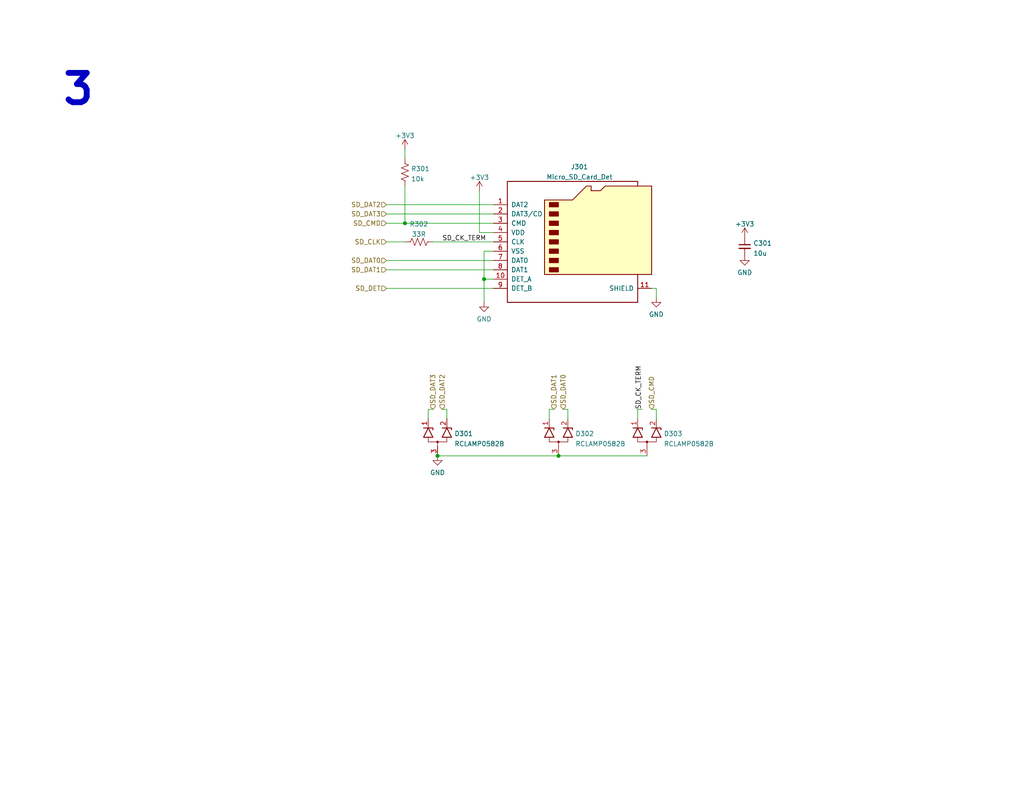
<source format=kicad_sch>
(kicad_sch (version 20230121) (generator eeschema)
  (paper "USLetter")
  (title_block (title "SD Card") (date "2023-02-01") (rev "1") (company "UM NCPA") (comment 1 "Charlie Gilliland"))
  (lib_symbols
    (symbol "Connector:Micro_SD_Card_Det" (pin_names (offset 1.016))
      (property "Reference" "J" (at -16.51 17.78 0))
      (property "Value" "Micro_SD_Card_Det" (at 16.51 17.78 0))
      (symbol "Micro_SD_Card_Det_0_1"
        (rectangle (start -7.62 -6.985) (end -5.08 -8.255) (fill (type outline)))
        (rectangle (start -7.62 -4.445) (end -5.08 -5.715) (fill (type outline)))
        (rectangle (start -7.62 -1.905) (end -5.08 -3.175) (fill (type outline)))
        (rectangle (start -7.62 0.635) (end -5.08 -0.635) (fill (type outline)))
        (rectangle (start -7.62 3.175) (end -5.08 1.905) (fill (type outline)))
        (rectangle (start -7.62 5.715) (end -5.08 4.445) (fill (type outline)))
        (rectangle (start -7.62 8.255) (end -5.08 6.985) (fill (type outline)))
        (rectangle (start -7.62 10.795) (end -5.08 9.525) (fill (type outline)))
        (polyline (pts (xy 16.51 15.24) (xy 16.51 16.51) (xy -19.05 16.51) (xy -19.05 -16.51) (xy 16.51 -16.51) (xy 16.51 -8.89)) (stroke (width 0.254)))
        (polyline (pts (xy -8.89 -8.89) (xy -8.89 11.43) (xy -1.27 11.43) (xy 2.54 15.24) (xy 3.81 15.24) (xy 3.81 13.97) (xy 6.35 13.97) (xy 7.62 15.24) (xy 20.32 15.24) (xy 20.32 -8.89) (xy -8.89 -8.89)) (stroke (width 0.254)) (fill (type background)))
      )
      (symbol "Micro_SD_Card_Det_1_1"
        (pin bidirectional line (at -22.86 10.16 0) (length 3.81) (name "DAT2") (number "1"))
        (pin passive line (at -22.86 -10.16 0) (length 3.81) (name "DET_A") (number "10"))
        (pin passive line (at 20.32 -12.7 180) (length 3.81) (name "SHIELD") (number "11"))
        (pin bidirectional line (at -22.86 7.62 0) (length 3.81) (name "DAT3/CD") (number "2"))
        (pin input line (at -22.86 5.08 0) (length 3.81) (name "CMD") (number "3"))
        (pin power_in line (at -22.86 2.54 0) (length 3.81) (name "VDD") (number "4"))
        (pin input line (at -22.86 0 0) (length 3.81) (name "CLK") (number "5"))
        (pin power_in line (at -22.86 -2.54 0) (length 3.81) (name "VSS") (number "6"))
        (pin bidirectional line (at -22.86 -5.08 0) (length 3.81) (name "DAT0") (number "7"))
        (pin bidirectional line (at -22.86 -7.62 0) (length 3.81) (name "DAT1") (number "8"))
        (pin passive line (at -22.86 -12.7 0) (length 3.81) (name "DET_B") (number "9"))
      )
    )
    (symbol "Device:C_Small" (pin_numbers hide) (pin_names (offset 0.254) hide)
      (property "Reference" "C" (at 0.254 1.778 0))
      (property "Value" "C_Small" (at 0.254 -2.032 0))
      (symbol "C_Small_0_1"
        (polyline (pts (xy -1.524 -0.508) (xy 1.524 -0.508)) (stroke (width 0.3302)))
        (polyline (pts (xy -1.524 0.508) (xy 1.524 0.508)) (stroke (width 0.3048)))
      )
      (symbol "C_Small_1_1"
        (pin passive line (at 0 2.54 270) (length 2.032) (name "~") (number "1"))
        (pin passive line (at 0 -2.54 90) (length 2.032) (name "~") (number "2"))
      )
    )
    (symbol "Device:R_US" (pin_numbers hide) (pin_names (offset 0))
      (property "Reference" "R" (at 2.54 0 90))
      (property "Value" "R_US" (at -2.54 0 90))
      (symbol "R_US_0_1"
        (polyline (pts (xy 0 -2.286) (xy 0 -2.54)))
        (polyline (pts (xy 0 2.286) (xy 0 2.54)))
        (polyline (pts (xy 0 -0.762) (xy 1.016 -1.143) (xy 0 -1.524) (xy -1.016 -1.905) (xy 0 -2.286)))
        (polyline (pts (xy 0 0.762) (xy 1.016 0.381) (xy 0 0) (xy -1.016 -0.381) (xy 0 -0.762)))
        (polyline (pts (xy 0 2.286) (xy 1.016 1.905) (xy 0 1.524) (xy -1.016 1.143) (xy 0 0.762)))
      )
      (symbol "R_US_1_1"
        (pin passive line (at 0 3.81 270) (length 1.27) (name "~") (number "1"))
        (pin passive line (at 0 -3.81 90) (length 1.27) (name "~") (number "2"))
      )
    )
    (symbol "Power_Protection:RCLAMP0582B" (pin_names hide)
      (property "Reference" "D" (at 0 5.08 0))
      (property "Value" "RCLAMP0582B" (at 0 -5.08 0))
      (symbol "RCLAMP0582B_0_1"
        (polyline (pts (xy -2.54 0) (xy -1.27 0)))
        (polyline (pts (xy -1.27 2.54) (xy -1.27 -2.54)))
        (polyline (pts (xy 0 2.54) (xy -1.27 2.54)) (stroke (width 0.1524)))
        (polyline (pts (xy 2.54 3.81) (xy 2.54 1.27) (xy 2.032 1.27)) (stroke (width 0.254)))
        (polyline (pts (xy 0 1.27) (xy 0 3.81) (xy 2.54 2.54) (xy 0 1.27)) (stroke (width 0.254)))
        (pin passive line (at -5.08 0 0) (length 2.54) (name "A") (number "3"))
      )
      (symbol "RCLAMP0582B_1_1"
        (circle (center -1.27 0) (radius 0.254) (fill (type outline)))
        (polyline (pts (xy 0 -2.54) (xy -1.27 -2.54)) (stroke (width 0.1524)))
        (polyline (pts (xy 2.54 -1.27) (xy 2.54 -3.81) (xy 2.032 -3.81)) (stroke (width 0.254)))
        (polyline (pts (xy 0 -3.81) (xy 0 -1.27) (xy 2.54 -2.54) (xy 0 -3.81)) (stroke (width 0.254)))
        (pin passive line (at 5.08 2.54 180) (length 2.54) (name "K1") (number "1"))
        (pin passive line (at 5.08 -2.54 180) (length 2.54) (name "K2") (number "2"))
      )
    )
    (symbol "power:+3V3" (power) (pin_names (offset 0))
      (property "Value" "+3V3" (at 0 3.556 0))
      (symbol "+3V3_0_1"
        (polyline (pts (xy -0.762 1.27) (xy 0 2.54)))
        (polyline (pts (xy 0 0) (xy 0 2.54)))
        (polyline (pts (xy 0 2.54) (xy 0.762 1.27)))
      )
      (symbol "+3V3_1_1"
        (pin power_in line (at 0 0 90) (length 0) hide (name "+3V3") (number "1"))
      )
    )
    (symbol "power:GND" (power) (pin_names (offset 0))
      (property "Value" "GND" (at 0 -3.81 0))
      (symbol "GND_0_1"
        (polyline (pts (xy 0 0) (xy 0 -1.27) (xy 1.27 -1.27) (xy 0 -2.54) (xy -1.27 -1.27) (xy 0 -1.27)))
      )
      (symbol "GND_1_1"
        (pin power_in line (at 0 0 270) (length 0) hide (name "GND") (number "1"))
      )
    )
  )
  (junction (at 110.49 60.96))
  (junction (at 119.38 124.46))
  (junction (at 132.08 76.2))
  (junction (at 152.4 124.46))
  (wire (pts (xy 152.4 124.46) (xy 176.53 124.46)))
  (wire (pts (xy 134.62 58.42) (xy 105.41 58.42)))
  (wire (pts (xy 130.81 52.07) (xy 130.81 63.5)))
  (wire (pts (xy 134.62 76.2) (xy 132.08 76.2)))
  (wire (pts (xy 153.67 111.76) (xy 154.94 111.76)))
  (wire (pts (xy 173.99 114.3) (xy 173.99 111.76)))
  (wire (pts (xy 173.99 111.76) (xy 175.26 111.76)))
  (wire (pts (xy 105.41 55.88) (xy 134.62 55.88)))
  (wire (pts (xy 105.41 71.12) (xy 134.62 71.12)))
  (wire (pts (xy 179.07 78.74) (xy 179.07 81.28)))
  (wire (pts (xy 105.41 66.04) (xy 110.49 66.04)))
  (wire (pts (xy 121.92 111.76) (xy 121.92 114.3)))
  (wire (pts (xy 116.84 111.76) (xy 116.84 114.3)))
  (wire (pts (xy 134.62 73.66) (xy 105.41 73.66)))
  (wire (pts (xy 154.94 111.76) (xy 154.94 114.3)))
  (wire (pts (xy 177.8 111.76) (xy 179.07 111.76)))
  (wire (pts (xy 132.08 76.2) (xy 132.08 82.55)))
  (wire (pts (xy 177.8 78.74) (xy 179.07 78.74)))
  (wire (pts (xy 119.38 124.46) (xy 152.4 124.46)))
  (wire (pts (xy 110.49 50.8) (xy 110.49 60.96)))
  (wire (pts (xy 105.41 60.96) (xy 110.49 60.96)))
  (wire (pts (xy 118.11 111.76) (xy 116.84 111.76)))
  (wire (pts (xy 134.62 68.58) (xy 132.08 68.58)))
  (wire (pts (xy 110.49 60.96) (xy 134.62 60.96)))
  (wire (pts (xy 118.11 66.04) (xy 134.62 66.04)))
  (wire (pts (xy 105.41 78.74) (xy 134.62 78.74)))
  (wire (pts (xy 179.07 111.76) (xy 179.07 114.3)))
  (wire (pts (xy 149.86 111.76) (xy 149.86 114.3)))
  (wire (pts (xy 151.13 111.76) (xy 149.86 111.76)))
  (wire (pts (xy 120.65 111.76) (xy 121.92 111.76)))
  (wire (pts (xy 132.08 68.58) (xy 132.08 76.2)))
  (wire (pts (xy 110.49 40.64) (xy 110.49 43.18)))
  (wire (pts (xy 130.81 63.5) (xy 134.62 63.5)))
  (text "3" (at 16.51 29.21 0) (effects (font (size 8 8) bold) (justify left bottom)))
  (label "SD_CK_TERM" (at 175.26 111.76 90))
  (label "SD_CK_TERM" (at 120.65 66.04 0))
  (hierarchical_label "SD_DAT1" (shape input) (at 105.41 73.66 180))
  (hierarchical_label "SD_CMD" (shape input) (at 105.41 60.96 180))
  (hierarchical_label "SD_DAT3" (shape input) (at 105.41 58.42 180))
  (hierarchical_label "SD_DAT2" (shape input) (at 105.41 55.88 180))
  (hierarchical_label "SD_DAT2" (shape input) (at 120.65 111.76 90))
  (hierarchical_label "SD_DAT1" (shape input) (at 151.13 111.76 90))
  (hierarchical_label "SD_DAT0" (shape input) (at 153.67 111.76 90))
  (hierarchical_label "SD_DET" (shape input) (at 105.41 78.74 180))
  (hierarchical_label "SD_DAT3" (shape input) (at 118.11 111.76 90))
  (hierarchical_label "SD_DAT0" (shape input) (at 105.41 71.12 180))
  (hierarchical_label "SD_CMD" (shape input) (at 177.8 111.76 90))
  (hierarchical_label "SD_CLK" (shape input) (at 105.41 66.04 180))
  (symbol (lib_id "power:GND") (at 132.08 82.55 0) (unit 1)
    (property "Reference" "#PWR0306" (effects hide))
    (property "Value" "GND" (at 132.08 87.1125 0))
  )
  (symbol (lib_id "power:+3V3") (at 110.49 40.64 0) (unit 1)
    (property "Reference" "#PWR0301" (effects hide))
    (property "Value" "+3V3" (at 110.49 37.0355 0))
  )
  (symbol (lib_id "Power_Protection:RCLAMP0582B") (at 152.4 119.38 90) (unit 1)
    (property "Reference" "D302" (at 156.972 118.408 90) (effects (justify right)))
    (property "Value" "RCLAMP0582B" (at 156.972 121.1831 90) (effects (justify right)))
    (property "Footprint" "Package_TO_SOT_SMD:SOT-416" (effects hide))
    (property "Datasheet" "https://www.semtech.com/products/circuit-protection/low-capacitance/rclamp0582b" (effects hide))
  )
  (symbol (lib_id "power:+3V3") (at 203.2 64.77 0) (unit 1)
    (property "Reference" "#PWR0303" (effects hide))
    (property "Value" "+3V3" (at 203.2 61.1655 0))
  )
  (symbol (lib_id "power:GND") (at 203.2 69.85 0) (unit 1)
    (property "Reference" "#PWR0304" (effects hide))
    (property "Value" "GND" (at 203.2 74.4125 0))
  )
  (symbol (lib_id "Device:R_US") (at 110.49 46.99 0) (unit 1)
    (property "Reference" "R301" (at 112.141 46.0815 0) (effects (justify left)))
    (property "Value" "10k" (at 112.141 48.8566 0) (effects (justify left)))
    (property "Footprint" "Resistor_SMD:R_0402_1005Metric" (effects hide))
  )
  (symbol (lib_id "power:+3V3") (at 130.81 52.07 0) (unit 1)
    (property "Reference" "#PWR0302" (effects hide))
    (property "Value" "+3V3" (at 130.81 48.4655 0))
  )
  (symbol (lib_id "Device:R_US") (at 114.3 66.04 90) (unit 1)
    (property "Reference" "R302" (at 114.3 61.1845 90))
    (property "Value" "33R" (at 114.3 63.9596 90))
    (property "Footprint" "Resistor_SMD:R_0402_1005Metric" (effects hide))
  )
  (symbol (lib_id "power:GND") (at 179.07 81.28 0) (unit 1)
    (property "Reference" "#PWR0305" (effects hide))
    (property "Value" "GND" (at 179.07 85.8425 0))
  )
  (symbol (lib_id "power:GND") (at 119.38 124.46 0) (unit 1)
    (property "Reference" "#PWR0307" (effects hide))
    (property "Value" "GND" (at 119.38 129.0225 0))
  )
  (symbol (lib_id "Connector:Micro_SD_Card_Det") (at 157.48 66.04 0) (unit 1)
    (property "Reference" "J301" (at 158.115 45.5635 0))
    (property "Value" "Micro_SD_Card_Det" (at 158.115 48.3386 0))
    (property "Footprint" "Connector_Card:microSD_HC_Molex_104031-0811" (effects hide))
    (property "Datasheet" "https://www.hirose.com/product/en/download_file/key_name/DM3/category/Catalog/doc_file_id/49662/?file_category_id=4&item_id=195&is_series=1" (effects hide))
  )
  (symbol (lib_id "Power_Protection:RCLAMP0582B") (at 119.38 119.38 90) (unit 1)
    (property "Reference" "D301" (at 123.952 118.408 90) (effects (justify right)))
    (property "Value" "RCLAMP0582B" (at 123.952 121.1831 90) (effects (justify right)))
    (property "Footprint" "Package_TO_SOT_SMD:SOT-416" (effects hide))
    (property "Datasheet" "https://www.semtech.com/products/circuit-protection/low-capacitance/rclamp0582b" (effects hide))
  )
  (symbol (lib_id "Power_Protection:RCLAMP0582B") (at 176.53 119.38 90) (unit 1)
    (property "Reference" "D303" (at 181.102 118.408 90) (effects (justify right)))
    (property "Value" "RCLAMP0582B" (at 181.102 121.1831 90) (effects (justify right)))
    (property "Footprint" "Package_TO_SOT_SMD:SOT-416" (effects hide))
    (property "Datasheet" "https://www.semtech.com/products/circuit-protection/low-capacitance/rclamp0582b" (effects hide))
  )
  (symbol (lib_id "Device:C_Small") (at 203.2 67.31 0) (unit 1)
    (property "Reference" "C301" (at 205.5241 66.4078 0) (effects (justify left)))
    (property "Value" "10u" (at 205.5241 69.1829 0) (effects (justify left)))
    (property "Footprint" "Capacitor_SMD:C_0805_2012Metric" (effects hide))
  )
)
</source>
